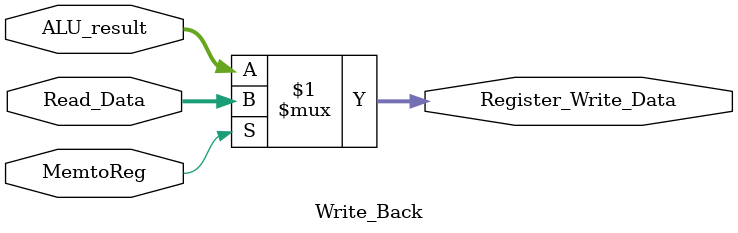
<source format=v>
`timescale 1ns / 1ps


module Write_Back(
    input MemtoReg,

    input [31:0] Read_Data,
    input [31:0] ALU_result,

    output [31:0] Register_Write_Data
    );

    assign Register_Write_Data = MemtoReg ? Read_Data : ALU_result;

endmodule

</source>
